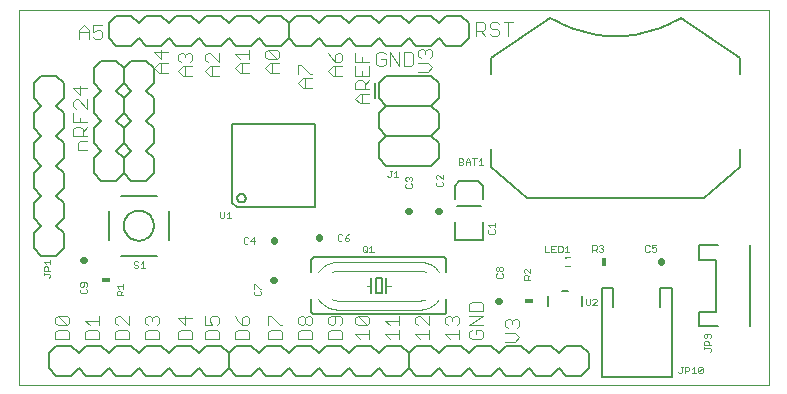
<source format=gto>
G75*
%MOIN*%
%OFA0B0*%
%FSLAX24Y24*%
%IPPOS*%
%LPD*%
%AMOC8*
5,1,8,0,0,1.08239X$1,22.5*
%
%ADD10C,0.0000*%
%ADD11C,0.0040*%
%ADD12C,0.0020*%
%ADD13C,0.0060*%
%ADD14C,0.0080*%
%ADD15C,0.0050*%
%ADD16C,0.0220*%
%ADD17R,0.0300X0.0180*%
%ADD18R,0.0180X0.0300*%
%ADD19R,0.0098X0.0089*%
D10*
X000100Y000100D02*
X025100Y000100D01*
X025100Y012600D01*
X000100Y012600D01*
X000100Y000100D01*
D11*
X001320Y001620D02*
X001320Y001850D01*
X001396Y001927D01*
X001703Y001927D01*
X001780Y001850D01*
X001780Y001620D01*
X001320Y001620D01*
X001396Y002080D02*
X001320Y002157D01*
X001320Y002311D01*
X001396Y002387D01*
X001703Y002080D01*
X001780Y002157D01*
X001780Y002311D01*
X001703Y002387D01*
X001396Y002387D01*
X001396Y002080D02*
X001703Y002080D01*
X002320Y002234D02*
X002473Y002080D01*
X002396Y001927D02*
X002320Y001850D01*
X002320Y001620D01*
X002780Y001620D01*
X002780Y001850D01*
X002703Y001927D01*
X002396Y001927D01*
X002320Y002234D02*
X002780Y002234D01*
X002780Y002387D02*
X002780Y002080D01*
X003320Y002157D02*
X003320Y002311D01*
X003396Y002387D01*
X003473Y002387D01*
X003780Y002080D01*
X003780Y002387D01*
X003396Y002080D02*
X003320Y002157D01*
X003396Y001927D02*
X003320Y001850D01*
X003320Y001620D01*
X003780Y001620D01*
X003780Y001850D01*
X003703Y001927D01*
X003396Y001927D01*
X004320Y001850D02*
X004320Y001620D01*
X004780Y001620D01*
X004780Y001850D01*
X004703Y001927D01*
X004396Y001927D01*
X004320Y001850D01*
X004396Y002080D02*
X004320Y002157D01*
X004320Y002311D01*
X004396Y002387D01*
X004473Y002387D01*
X004550Y002311D01*
X004627Y002387D01*
X004703Y002387D01*
X004780Y002311D01*
X004780Y002157D01*
X004703Y002080D01*
X004550Y002234D02*
X004550Y002311D01*
X005420Y002311D02*
X005650Y002080D01*
X005650Y002387D01*
X005880Y002311D02*
X005420Y002311D01*
X005496Y001927D02*
X005420Y001850D01*
X005420Y001620D01*
X005880Y001620D01*
X005880Y001850D01*
X005803Y001927D01*
X005496Y001927D01*
X006320Y001850D02*
X006320Y001620D01*
X006780Y001620D01*
X006780Y001850D01*
X006703Y001927D01*
X006396Y001927D01*
X006320Y001850D01*
X006320Y002080D02*
X006550Y002080D01*
X006473Y002234D01*
X006473Y002311D01*
X006550Y002387D01*
X006703Y002387D01*
X006780Y002311D01*
X006780Y002157D01*
X006703Y002080D01*
X006320Y002080D02*
X006320Y002387D01*
X007320Y002387D02*
X007396Y002234D01*
X007550Y002080D01*
X007550Y002311D01*
X007627Y002387D01*
X007703Y002387D01*
X007780Y002311D01*
X007780Y002157D01*
X007703Y002080D01*
X007550Y002080D01*
X007703Y001927D02*
X007396Y001927D01*
X007320Y001850D01*
X007320Y001620D01*
X007780Y001620D01*
X007780Y001850D01*
X007703Y001927D01*
X008420Y001850D02*
X008420Y001620D01*
X008880Y001620D01*
X008880Y001850D01*
X008803Y001927D01*
X008496Y001927D01*
X008420Y001850D01*
X008420Y002080D02*
X008420Y002387D01*
X008496Y002387D01*
X008803Y002080D01*
X008880Y002080D01*
X009420Y002157D02*
X009420Y002311D01*
X009496Y002387D01*
X009573Y002387D01*
X009650Y002311D01*
X009650Y002157D01*
X009573Y002080D01*
X009496Y002080D01*
X009420Y002157D01*
X009650Y002157D02*
X009727Y002080D01*
X009803Y002080D01*
X009880Y002157D01*
X009880Y002311D01*
X009803Y002387D01*
X009727Y002387D01*
X009650Y002311D01*
X009803Y001927D02*
X009496Y001927D01*
X009420Y001850D01*
X009420Y001620D01*
X009880Y001620D01*
X009880Y001850D01*
X009803Y001927D01*
X010420Y001850D02*
X010420Y001620D01*
X010880Y001620D01*
X010880Y001850D01*
X010803Y001927D01*
X010496Y001927D01*
X010420Y001850D01*
X010496Y002080D02*
X010573Y002080D01*
X010650Y002157D01*
X010650Y002387D01*
X010803Y002387D02*
X010496Y002387D01*
X010420Y002311D01*
X010420Y002157D01*
X010496Y002080D01*
X010803Y002080D02*
X010880Y002157D01*
X010880Y002311D01*
X010803Y002387D01*
X011320Y002311D02*
X011320Y002157D01*
X011396Y002080D01*
X011703Y002080D01*
X011396Y002387D01*
X011703Y002387D01*
X011780Y002311D01*
X011780Y002157D01*
X011703Y002080D01*
X011780Y001927D02*
X011780Y001620D01*
X011780Y001773D02*
X011320Y001773D01*
X011473Y001620D01*
X012320Y001773D02*
X012780Y001773D01*
X012780Y001620D02*
X012780Y001927D01*
X012780Y002080D02*
X012780Y002387D01*
X012780Y002234D02*
X012320Y002234D01*
X012473Y002080D01*
X012320Y001773D02*
X012473Y001620D01*
X013320Y001773D02*
X013780Y001773D01*
X013780Y001620D02*
X013780Y001927D01*
X013780Y002080D02*
X013473Y002387D01*
X013396Y002387D01*
X013320Y002311D01*
X013320Y002157D01*
X013396Y002080D01*
X013780Y002080D02*
X013780Y002387D01*
X014320Y002311D02*
X014320Y002157D01*
X014396Y002080D01*
X014550Y002234D02*
X014550Y002311D01*
X014627Y002387D01*
X014703Y002387D01*
X014780Y002311D01*
X014780Y002157D01*
X014703Y002080D01*
X014780Y001927D02*
X014780Y001620D01*
X014780Y001773D02*
X014320Y001773D01*
X014473Y001620D01*
X015120Y001697D02*
X015196Y001620D01*
X015503Y001620D01*
X015580Y001697D01*
X015580Y001850D01*
X015503Y001927D01*
X015350Y001927D01*
X015350Y001773D01*
X015196Y001927D02*
X015120Y001850D01*
X015120Y001697D01*
X015120Y002080D02*
X015580Y002387D01*
X015120Y002387D01*
X015120Y002541D02*
X015120Y002771D01*
X015196Y002848D01*
X015503Y002848D01*
X015580Y002771D01*
X015580Y002541D01*
X015120Y002541D01*
X014550Y002311D02*
X014473Y002387D01*
X014396Y002387D01*
X014320Y002311D01*
X015120Y002080D02*
X015580Y002080D01*
X016320Y002057D02*
X016320Y002211D01*
X016396Y002287D01*
X016473Y002287D01*
X016550Y002211D01*
X016627Y002287D01*
X016703Y002287D01*
X016780Y002211D01*
X016780Y002057D01*
X016703Y001980D01*
X016627Y001827D02*
X016320Y001827D01*
X016396Y001980D02*
X016320Y002057D01*
X016550Y002134D02*
X016550Y002211D01*
X016627Y001827D02*
X016780Y001673D01*
X016627Y001520D01*
X016320Y001520D01*
X013473Y001620D02*
X013320Y001773D01*
X011396Y002387D02*
X011320Y002311D01*
X018321Y004062D02*
X018479Y004062D01*
X018479Y004338D02*
X018321Y004338D01*
X011780Y009478D02*
X011473Y009478D01*
X011320Y009632D01*
X011473Y009785D01*
X011780Y009785D01*
X011780Y009939D02*
X011320Y009939D01*
X011320Y010169D01*
X011396Y010246D01*
X011550Y010246D01*
X011627Y010169D01*
X011627Y009939D01*
X011550Y009785D02*
X011550Y009478D01*
X011627Y010092D02*
X011780Y010246D01*
X011780Y010399D02*
X011780Y010706D01*
X011780Y010860D02*
X011320Y010860D01*
X011320Y011167D01*
X010880Y011090D02*
X010803Y011167D01*
X010727Y011167D01*
X010650Y011090D01*
X010650Y010860D01*
X010803Y010860D01*
X010880Y010936D01*
X010880Y011090D01*
X010650Y010860D02*
X010496Y011013D01*
X010420Y011167D01*
X010573Y010706D02*
X010880Y010706D01*
X010650Y010706D02*
X010650Y010399D01*
X010573Y010399D02*
X010420Y010553D01*
X010573Y010706D01*
X010573Y010399D02*
X010880Y010399D01*
X011320Y010399D02*
X011780Y010399D01*
X011550Y010399D02*
X011550Y010553D01*
X011320Y010706D02*
X011320Y010399D01*
X011550Y010860D02*
X011550Y011013D01*
X012020Y011104D02*
X012020Y010797D01*
X012097Y010720D01*
X012250Y010720D01*
X012327Y010797D01*
X012327Y010950D01*
X012173Y010950D01*
X012020Y011104D02*
X012097Y011180D01*
X012250Y011180D01*
X012327Y011104D01*
X012480Y011180D02*
X012787Y010720D01*
X012787Y011180D01*
X012941Y011180D02*
X013171Y011180D01*
X013248Y011104D01*
X013248Y010797D01*
X013171Y010720D01*
X012941Y010720D01*
X012941Y011180D01*
X012480Y011180D02*
X012480Y010720D01*
X013420Y010827D02*
X013727Y010827D01*
X013880Y010673D01*
X013727Y010520D01*
X013420Y010520D01*
X013496Y010980D02*
X013420Y011057D01*
X013420Y011211D01*
X013496Y011287D01*
X013573Y011287D01*
X013650Y011211D01*
X013727Y011287D01*
X013803Y011287D01*
X013880Y011211D01*
X013880Y011057D01*
X013803Y010980D01*
X013650Y011134D02*
X013650Y011211D01*
X015339Y011720D02*
X015339Y012180D01*
X015569Y012180D01*
X015646Y012104D01*
X015646Y011950D01*
X015569Y011873D01*
X015339Y011873D01*
X015492Y011873D02*
X015646Y011720D01*
X015799Y011797D02*
X015876Y011720D01*
X016029Y011720D01*
X016106Y011797D01*
X016106Y011873D01*
X016029Y011950D01*
X015876Y011950D01*
X015799Y012027D01*
X015799Y012104D01*
X015876Y012180D01*
X016029Y012180D01*
X016106Y012104D01*
X016260Y012180D02*
X016567Y012180D01*
X016413Y012180D02*
X016413Y011720D01*
X009880Y010460D02*
X009803Y010460D01*
X009496Y010767D01*
X009420Y010767D01*
X009420Y010460D01*
X009573Y010306D02*
X009880Y010306D01*
X009650Y010306D02*
X009650Y009999D01*
X009573Y009999D02*
X009420Y010153D01*
X009573Y010306D01*
X009573Y009999D02*
X009880Y009999D01*
X008780Y010499D02*
X008473Y010499D01*
X008320Y010653D01*
X008473Y010806D01*
X008780Y010806D01*
X008703Y010960D02*
X008396Y010960D01*
X008320Y011036D01*
X008320Y011190D01*
X008396Y011267D01*
X008703Y010960D01*
X008780Y011036D01*
X008780Y011190D01*
X008703Y011267D01*
X008396Y011267D01*
X008550Y010806D02*
X008550Y010499D01*
X007780Y010499D02*
X007473Y010499D01*
X007320Y010653D01*
X007473Y010806D01*
X007780Y010806D01*
X007780Y010960D02*
X007780Y011267D01*
X007780Y011113D02*
X007320Y011113D01*
X007473Y010960D01*
X007550Y010806D02*
X007550Y010499D01*
X006780Y010399D02*
X006473Y010399D01*
X006320Y010553D01*
X006473Y010706D01*
X006780Y010706D01*
X006780Y010860D02*
X006473Y011167D01*
X006396Y011167D01*
X006320Y011090D01*
X006320Y010936D01*
X006396Y010860D01*
X006550Y010706D02*
X006550Y010399D01*
X005880Y010399D02*
X005573Y010399D01*
X005420Y010553D01*
X005573Y010706D01*
X005880Y010706D01*
X005803Y010860D02*
X005880Y010936D01*
X005880Y011090D01*
X005803Y011167D01*
X005727Y011167D01*
X005650Y011090D01*
X005650Y011013D01*
X005650Y011090D02*
X005573Y011167D01*
X005496Y011167D01*
X005420Y011090D01*
X005420Y010936D01*
X005496Y010860D01*
X005650Y010706D02*
X005650Y010399D01*
X005080Y010499D02*
X004773Y010499D01*
X004620Y010653D01*
X004773Y010806D01*
X005080Y010806D01*
X004850Y010806D02*
X004850Y010499D01*
X004850Y010960D02*
X004850Y011267D01*
X005080Y011190D02*
X004620Y011190D01*
X004850Y010960D01*
X006780Y010860D02*
X006780Y011167D01*
X002887Y011697D02*
X002811Y011620D01*
X002657Y011620D01*
X002580Y011697D01*
X002580Y011850D02*
X002734Y011927D01*
X002811Y011927D01*
X002887Y011850D01*
X002887Y011697D01*
X002580Y011850D02*
X002580Y012080D01*
X002887Y012080D01*
X002427Y011927D02*
X002427Y011620D01*
X002120Y011620D02*
X002120Y011927D01*
X002273Y012080D01*
X002427Y011927D01*
X002427Y011850D02*
X002120Y011850D01*
X002150Y010068D02*
X002150Y009762D01*
X001920Y009992D01*
X002380Y009992D01*
X002380Y009608D02*
X002380Y009301D01*
X002073Y009608D01*
X001996Y009608D01*
X001920Y009531D01*
X001920Y009378D01*
X001996Y009301D01*
X001920Y009148D02*
X001920Y008841D01*
X002380Y008841D01*
X002380Y008687D02*
X002227Y008534D01*
X002227Y008611D02*
X002227Y008380D01*
X002380Y008380D02*
X001920Y008380D01*
X001920Y008611D01*
X001996Y008687D01*
X002150Y008687D01*
X002227Y008611D01*
X002150Y008841D02*
X002150Y008994D01*
X002150Y008227D02*
X002380Y008227D01*
X002150Y008227D02*
X002073Y008150D01*
X002073Y007920D01*
X002380Y007920D01*
D12*
X006810Y005870D02*
X006810Y005687D01*
X006847Y005650D01*
X006920Y005650D01*
X006957Y005687D01*
X006957Y005870D01*
X007031Y005797D02*
X007104Y005870D01*
X007104Y005650D01*
X007031Y005650D02*
X007178Y005650D01*
X007637Y005010D02*
X007600Y004973D01*
X007600Y004827D01*
X007637Y004790D01*
X007710Y004790D01*
X007747Y004827D01*
X007821Y004900D02*
X007931Y005010D01*
X007931Y004790D01*
X007968Y004900D02*
X007821Y004900D01*
X007747Y004973D02*
X007710Y005010D01*
X007637Y005010D01*
X007950Y003448D02*
X007987Y003448D01*
X008133Y003301D01*
X008170Y003301D01*
X008133Y003227D02*
X008170Y003190D01*
X008170Y003117D01*
X008133Y003080D01*
X007987Y003080D01*
X007950Y003117D01*
X007950Y003190D01*
X007987Y003227D01*
X007950Y003301D02*
X007950Y003448D01*
X010089Y002950D02*
X010121Y002905D01*
X010157Y002863D01*
X010196Y002823D01*
X010238Y002786D01*
X010281Y002752D01*
X010328Y002721D01*
X010376Y002693D01*
X010426Y002669D01*
X010477Y002648D01*
X010530Y002631D01*
X010584Y002617D01*
X010639Y002608D01*
X010694Y002602D01*
X010750Y002600D01*
X013450Y002600D01*
X013450Y002900D02*
X010750Y002900D01*
X010712Y002901D01*
X010675Y002906D01*
X010638Y002913D01*
X010602Y002922D01*
X010566Y002935D01*
X010532Y002950D01*
X010532Y003850D02*
X010566Y003865D01*
X010602Y003878D01*
X010638Y003887D01*
X010675Y003894D01*
X010712Y003899D01*
X010750Y003900D01*
X013450Y003900D01*
X013450Y004200D02*
X010750Y004200D01*
X011560Y004547D02*
X011597Y004510D01*
X011670Y004510D01*
X011707Y004547D01*
X011707Y004693D01*
X011670Y004730D01*
X011597Y004730D01*
X011560Y004693D01*
X011560Y004547D01*
X011633Y004583D02*
X011707Y004510D01*
X011781Y004510D02*
X011928Y004510D01*
X011854Y004510D02*
X011854Y004730D01*
X011781Y004657D01*
X011106Y004927D02*
X011106Y004963D01*
X011069Y005000D01*
X010959Y005000D01*
X010959Y004927D01*
X010996Y004890D01*
X011069Y004890D01*
X011106Y004927D01*
X011032Y005073D02*
X010959Y005000D01*
X011032Y005073D02*
X011106Y005110D01*
X010885Y005073D02*
X010848Y005110D01*
X010775Y005110D01*
X010738Y005073D01*
X010738Y004927D01*
X010775Y004890D01*
X010848Y004890D01*
X010885Y004927D01*
X010750Y004200D02*
X010694Y004198D01*
X010639Y004192D01*
X010584Y004183D01*
X010530Y004169D01*
X010477Y004152D01*
X010426Y004131D01*
X010376Y004107D01*
X010328Y004079D01*
X010281Y004048D01*
X010237Y004014D01*
X010196Y003977D01*
X010157Y003937D01*
X010121Y003895D01*
X010089Y003850D01*
X011700Y003400D02*
X011850Y003400D01*
X012350Y003400D02*
X012500Y003400D01*
X013450Y002600D02*
X013506Y002602D01*
X013561Y002608D01*
X013616Y002617D01*
X013670Y002631D01*
X013723Y002648D01*
X013774Y002669D01*
X013824Y002693D01*
X013872Y002721D01*
X013919Y002752D01*
X013963Y002786D01*
X014004Y002823D01*
X014043Y002863D01*
X014079Y002905D01*
X014111Y002950D01*
X014111Y003850D02*
X014079Y003895D01*
X014043Y003937D01*
X014004Y003977D01*
X013962Y004014D01*
X013919Y004048D01*
X013872Y004079D01*
X013824Y004107D01*
X013774Y004131D01*
X013723Y004152D01*
X013670Y004169D01*
X013616Y004183D01*
X013561Y004192D01*
X013506Y004198D01*
X013450Y004200D01*
X013450Y003900D02*
X013488Y003899D01*
X013525Y003894D01*
X013562Y003887D01*
X013598Y003878D01*
X013634Y003865D01*
X013668Y003850D01*
X013668Y002950D02*
X013634Y002935D01*
X013598Y002922D01*
X013562Y002913D01*
X013525Y002906D01*
X013488Y002901D01*
X013450Y002900D01*
X016010Y003695D02*
X016047Y003658D01*
X016193Y003658D01*
X016230Y003695D01*
X016230Y003768D01*
X016193Y003805D01*
X016193Y003879D02*
X016157Y003879D01*
X016120Y003916D01*
X016120Y003989D01*
X016157Y004026D01*
X016193Y004026D01*
X016230Y003989D01*
X016230Y003916D01*
X016193Y003879D01*
X016120Y003916D02*
X016083Y003879D01*
X016047Y003879D01*
X016010Y003916D01*
X016010Y003989D01*
X016047Y004026D01*
X016083Y004026D01*
X016120Y003989D01*
X016047Y003805D02*
X016010Y003768D01*
X016010Y003695D01*
X016930Y003710D02*
X016967Y003747D01*
X017040Y003747D01*
X017077Y003710D01*
X017077Y003600D01*
X017150Y003600D02*
X016930Y003600D01*
X016930Y003710D01*
X016967Y003821D02*
X016930Y003858D01*
X016930Y003931D01*
X016967Y003968D01*
X017003Y003968D01*
X017150Y003821D01*
X017150Y003968D01*
X017150Y003747D02*
X017077Y003673D01*
X017636Y004504D02*
X017783Y004504D01*
X017857Y004504D02*
X018004Y004504D01*
X018078Y004504D02*
X018188Y004504D01*
X018225Y004540D01*
X018225Y004687D01*
X018188Y004724D01*
X018078Y004724D01*
X018078Y004504D01*
X017931Y004614D02*
X017857Y004614D01*
X017857Y004724D02*
X017857Y004504D01*
X017636Y004504D02*
X017636Y004724D01*
X017857Y004724D02*
X018004Y004724D01*
X018299Y004650D02*
X018373Y004724D01*
X018373Y004504D01*
X018446Y004504D02*
X018299Y004504D01*
X019220Y004530D02*
X019220Y004750D01*
X019330Y004750D01*
X019367Y004713D01*
X019367Y004640D01*
X019330Y004603D01*
X019220Y004603D01*
X019293Y004603D02*
X019367Y004530D01*
X019441Y004567D02*
X019478Y004530D01*
X019551Y004530D01*
X019588Y004567D01*
X019588Y004603D01*
X019551Y004640D01*
X019514Y004640D01*
X019551Y004640D02*
X019588Y004677D01*
X019588Y004713D01*
X019551Y004750D01*
X019478Y004750D01*
X019441Y004713D01*
X020980Y004713D02*
X020980Y004567D01*
X021017Y004530D01*
X021090Y004530D01*
X021127Y004567D01*
X021201Y004567D02*
X021238Y004530D01*
X021311Y004530D01*
X021348Y004567D01*
X021348Y004640D01*
X021311Y004677D01*
X021274Y004677D01*
X021201Y004640D01*
X021201Y004750D01*
X021348Y004750D01*
X021127Y004713D02*
X021090Y004750D01*
X021017Y004750D01*
X020980Y004713D01*
X019331Y002960D02*
X019258Y002960D01*
X019221Y002923D01*
X019147Y002960D02*
X019147Y002777D01*
X019110Y002740D01*
X019037Y002740D01*
X019000Y002777D01*
X019000Y002960D01*
X019221Y002740D02*
X019368Y002887D01*
X019368Y002923D01*
X019331Y002960D01*
X019368Y002740D02*
X019221Y002740D01*
X022159Y000695D02*
X022233Y000695D01*
X022196Y000695D02*
X022196Y000512D01*
X022159Y000475D01*
X022123Y000475D01*
X022086Y000512D01*
X022307Y000549D02*
X022417Y000549D01*
X022454Y000585D01*
X022454Y000659D01*
X022417Y000695D01*
X022307Y000695D01*
X022307Y000475D01*
X022528Y000475D02*
X022675Y000475D01*
X022601Y000475D02*
X022601Y000695D01*
X022528Y000622D01*
X022749Y000659D02*
X022749Y000512D01*
X022896Y000659D01*
X022896Y000512D01*
X022859Y000475D01*
X022786Y000475D01*
X022749Y000512D01*
X022749Y000659D02*
X022786Y000695D01*
X022859Y000695D01*
X022896Y000659D01*
X023131Y001200D02*
X023168Y001237D01*
X023168Y001273D01*
X023131Y001310D01*
X022948Y001310D01*
X022948Y001273D02*
X022948Y001347D01*
X022948Y001421D02*
X022948Y001531D01*
X022984Y001568D01*
X023058Y001568D01*
X023094Y001531D01*
X023094Y001421D01*
X023168Y001421D02*
X022948Y001421D01*
X022984Y001642D02*
X023021Y001642D01*
X023058Y001679D01*
X023058Y001789D01*
X023131Y001789D02*
X022984Y001789D01*
X022948Y001752D01*
X022948Y001679D01*
X022984Y001642D01*
X023131Y001642D02*
X023168Y001679D01*
X023168Y001752D01*
X023131Y001789D01*
X015966Y005167D02*
X015966Y005240D01*
X015930Y005277D01*
X015966Y005351D02*
X015966Y005498D01*
X015966Y005424D02*
X015746Y005424D01*
X015820Y005351D01*
X015783Y005277D02*
X015746Y005240D01*
X015746Y005167D01*
X015783Y005130D01*
X015930Y005130D01*
X015966Y005167D01*
X014230Y006755D02*
X014230Y006828D01*
X014193Y006865D01*
X014230Y006939D02*
X014083Y007086D01*
X014047Y007086D01*
X014010Y007049D01*
X014010Y006976D01*
X014047Y006939D01*
X014047Y006865D02*
X014010Y006828D01*
X014010Y006755D01*
X014047Y006718D01*
X014193Y006718D01*
X014230Y006755D01*
X014230Y006939D02*
X014230Y007086D01*
X014776Y007420D02*
X014886Y007420D01*
X014923Y007457D01*
X014923Y007493D01*
X014886Y007530D01*
X014776Y007530D01*
X014776Y007420D02*
X014776Y007640D01*
X014886Y007640D01*
X014923Y007603D01*
X014923Y007567D01*
X014886Y007530D01*
X014997Y007530D02*
X015144Y007530D01*
X015144Y007567D02*
X015144Y007420D01*
X015144Y007567D02*
X015070Y007640D01*
X014997Y007567D01*
X014997Y007420D01*
X015291Y007420D02*
X015291Y007640D01*
X015218Y007640D02*
X015365Y007640D01*
X015439Y007567D02*
X015512Y007640D01*
X015512Y007420D01*
X015439Y007420D02*
X015586Y007420D01*
X013210Y006989D02*
X013210Y006916D01*
X013173Y006879D01*
X013173Y006805D02*
X013210Y006768D01*
X013210Y006695D01*
X013173Y006658D01*
X013027Y006658D01*
X012990Y006695D01*
X012990Y006768D01*
X013027Y006805D01*
X013027Y006879D02*
X012990Y006916D01*
X012990Y006989D01*
X013027Y007026D01*
X013063Y007026D01*
X013100Y006989D01*
X013137Y007026D01*
X013173Y007026D01*
X013210Y006989D01*
X013100Y006989D02*
X013100Y006952D01*
X012758Y007010D02*
X012611Y007010D01*
X012684Y007010D02*
X012684Y007230D01*
X012611Y007157D01*
X012537Y007230D02*
X012463Y007230D01*
X012500Y007230D02*
X012500Y007047D01*
X012463Y007010D01*
X012427Y007010D01*
X012390Y007047D01*
X004308Y003990D02*
X004161Y003990D01*
X004234Y003990D02*
X004234Y004210D01*
X004161Y004137D01*
X004087Y004173D02*
X004050Y004210D01*
X003977Y004210D01*
X003940Y004173D01*
X003940Y004137D01*
X003977Y004100D01*
X004050Y004100D01*
X004087Y004063D01*
X004087Y004027D01*
X004050Y003990D01*
X003977Y003990D01*
X003940Y004027D01*
X003590Y003448D02*
X003590Y003301D01*
X003590Y003374D02*
X003370Y003374D01*
X003443Y003301D01*
X003407Y003227D02*
X003480Y003227D01*
X003517Y003190D01*
X003517Y003080D01*
X003590Y003080D02*
X003370Y003080D01*
X003370Y003190D01*
X003407Y003227D01*
X003517Y003153D02*
X003590Y003227D01*
X002370Y003248D02*
X002370Y003175D01*
X002333Y003138D01*
X002187Y003138D01*
X002150Y003175D01*
X002150Y003248D01*
X002187Y003285D01*
X002187Y003359D02*
X002223Y003359D01*
X002260Y003396D01*
X002260Y003506D01*
X002333Y003506D02*
X002187Y003506D01*
X002150Y003469D01*
X002150Y003396D01*
X002187Y003359D01*
X002333Y003359D02*
X002370Y003396D01*
X002370Y003469D01*
X002333Y003506D01*
X002333Y003285D02*
X002370Y003248D01*
X001150Y003707D02*
X001150Y003743D01*
X001113Y003780D01*
X000930Y003780D01*
X000930Y003743D02*
X000930Y003817D01*
X000930Y003891D02*
X000930Y004001D01*
X000967Y004038D01*
X001040Y004038D01*
X001077Y004001D01*
X001077Y003891D01*
X001150Y003891D02*
X000930Y003891D01*
X001003Y004112D02*
X000930Y004185D01*
X001150Y004185D01*
X001150Y004112D02*
X001150Y004259D01*
X001150Y003707D02*
X001113Y003670D01*
D13*
X007220Y006160D02*
X007360Y006020D01*
X009980Y006020D01*
X009980Y008780D01*
X007220Y008780D01*
X007220Y006160D01*
X007379Y006320D02*
X007381Y006343D01*
X007387Y006366D01*
X007396Y006387D01*
X007409Y006407D01*
X007425Y006424D01*
X007443Y006438D01*
X007463Y006449D01*
X007485Y006457D01*
X007508Y006461D01*
X007532Y006461D01*
X007555Y006457D01*
X007577Y006449D01*
X007597Y006438D01*
X007615Y006424D01*
X007631Y006407D01*
X007644Y006387D01*
X007653Y006366D01*
X007659Y006343D01*
X007661Y006320D01*
X007659Y006297D01*
X007653Y006274D01*
X007644Y006253D01*
X007631Y006233D01*
X007615Y006216D01*
X007597Y006202D01*
X007577Y006191D01*
X007555Y006183D01*
X007532Y006179D01*
X007508Y006179D01*
X007485Y006183D01*
X007463Y006191D01*
X007443Y006202D01*
X007425Y006216D01*
X007409Y006233D01*
X007396Y006253D01*
X007387Y006274D01*
X007381Y006297D01*
X007379Y006320D01*
X009850Y004250D02*
X009850Y003850D01*
X009850Y004250D02*
X009852Y004267D01*
X009856Y004284D01*
X009863Y004300D01*
X009873Y004314D01*
X009886Y004327D01*
X009900Y004337D01*
X009916Y004344D01*
X009933Y004348D01*
X009950Y004350D01*
X014250Y004350D01*
X014267Y004348D01*
X014284Y004344D01*
X014300Y004337D01*
X014314Y004327D01*
X014327Y004314D01*
X014337Y004300D01*
X014344Y004284D01*
X014348Y004267D01*
X014350Y004250D01*
X014350Y003850D01*
X014350Y002950D02*
X014350Y002550D01*
X014348Y002533D01*
X014344Y002516D01*
X014337Y002500D01*
X014327Y002486D01*
X014314Y002473D01*
X014300Y002463D01*
X014284Y002456D01*
X014267Y002452D01*
X014250Y002450D01*
X009950Y002450D01*
X009933Y002452D01*
X009916Y002456D01*
X009900Y002463D01*
X009886Y002473D01*
X009873Y002486D01*
X009863Y002500D01*
X009856Y002516D01*
X009852Y002533D01*
X009850Y002550D01*
X009850Y002950D01*
X011850Y003150D02*
X011850Y003400D01*
X011850Y003650D01*
X012000Y003650D02*
X012200Y003650D01*
X012200Y003150D01*
X012000Y003150D01*
X012000Y003650D01*
X012350Y003650D02*
X012350Y003400D01*
X012350Y003150D01*
D14*
X012350Y001400D02*
X012850Y001400D01*
X013100Y001150D01*
X013350Y001400D01*
X013850Y001400D01*
X014100Y001150D01*
X014350Y001400D01*
X014850Y001400D01*
X015100Y001150D01*
X015350Y001400D01*
X015850Y001400D01*
X016100Y001150D01*
X016350Y001400D01*
X016850Y001400D01*
X017100Y001150D01*
X017350Y001400D01*
X017850Y001400D01*
X018100Y001150D01*
X018350Y001400D01*
X018850Y001400D01*
X019100Y001150D01*
X019100Y000650D01*
X018850Y000400D01*
X018350Y000400D01*
X018100Y000650D01*
X017850Y000400D01*
X017350Y000400D01*
X017100Y000650D01*
X016850Y000400D01*
X016350Y000400D01*
X016100Y000650D01*
X015850Y000400D01*
X015350Y000400D01*
X015100Y000650D01*
X014850Y000400D01*
X014350Y000400D01*
X014100Y000650D01*
X013850Y000400D01*
X013350Y000400D01*
X013100Y000650D01*
X013100Y001150D01*
X013100Y000650D01*
X012850Y000400D01*
X012350Y000400D01*
X012100Y000650D01*
X011850Y000400D01*
X011350Y000400D01*
X011100Y000650D01*
X010850Y000400D01*
X010350Y000400D01*
X010100Y000650D01*
X009850Y000400D01*
X009350Y000400D01*
X009100Y000650D01*
X008850Y000400D01*
X008350Y000400D01*
X008100Y000650D01*
X007850Y000400D01*
X007350Y000400D01*
X007100Y000650D01*
X007100Y001150D01*
X007350Y001400D01*
X007850Y001400D01*
X008100Y001150D01*
X008350Y001400D01*
X008850Y001400D01*
X009100Y001150D01*
X009350Y001400D01*
X009850Y001400D01*
X010100Y001150D01*
X010350Y001400D01*
X010850Y001400D01*
X011100Y001150D01*
X011350Y001400D01*
X011850Y001400D01*
X012100Y001150D01*
X012350Y001400D01*
X007100Y001150D02*
X007100Y000650D01*
X006850Y000400D01*
X006350Y000400D01*
X006100Y000650D01*
X005850Y000400D01*
X005350Y000400D01*
X005100Y000650D01*
X004850Y000400D01*
X004350Y000400D01*
X004100Y000650D01*
X003850Y000400D01*
X003350Y000400D01*
X003100Y000650D01*
X002850Y000400D01*
X002350Y000400D01*
X002100Y000650D01*
X001850Y000400D01*
X001350Y000400D01*
X001100Y000650D01*
X001100Y001150D01*
X001350Y001400D01*
X001850Y001400D01*
X002100Y001150D01*
X002350Y001400D01*
X002850Y001400D01*
X003100Y001150D01*
X003350Y001400D01*
X003850Y001400D01*
X004100Y001150D01*
X004350Y001400D01*
X004850Y001400D01*
X005100Y001150D01*
X005350Y001400D01*
X005850Y001400D01*
X006100Y001150D01*
X006350Y001400D01*
X006850Y001400D01*
X007100Y001150D01*
X004706Y004400D02*
X003494Y004400D01*
X003100Y004912D02*
X003100Y005900D01*
X003494Y006400D02*
X004706Y006400D01*
X004350Y006900D02*
X003850Y006900D01*
X003600Y007150D01*
X003600Y007650D01*
X003850Y007900D01*
X003600Y008150D01*
X003600Y008650D01*
X003850Y008900D01*
X003600Y009150D01*
X003600Y009650D01*
X003850Y009900D01*
X003600Y010150D01*
X003600Y010650D01*
X003850Y010900D01*
X004350Y010900D01*
X004600Y010650D01*
X004600Y010150D01*
X004350Y009900D01*
X004600Y009650D01*
X004600Y009150D01*
X004350Y008900D01*
X004600Y008650D01*
X004600Y008150D01*
X004350Y007900D01*
X004600Y007650D01*
X004600Y007150D01*
X004350Y006900D01*
X003600Y007150D02*
X003350Y006900D01*
X002850Y006900D01*
X002600Y007150D01*
X002600Y007650D01*
X002850Y007900D01*
X002600Y008150D01*
X002600Y008650D01*
X002850Y008900D01*
X002600Y009150D01*
X002600Y009650D01*
X002850Y009900D01*
X002600Y010150D01*
X002600Y010650D01*
X002850Y010900D01*
X003350Y010900D01*
X003600Y010650D01*
X003600Y010150D01*
X003350Y009900D01*
X003600Y009650D01*
X003600Y009150D01*
X003350Y008900D01*
X003600Y008650D01*
X003600Y008150D01*
X003350Y007900D01*
X003600Y007650D01*
X003600Y007150D01*
X001600Y007150D02*
X001600Y006650D01*
X001350Y006400D01*
X001600Y006150D01*
X001600Y005650D01*
X001350Y005400D01*
X001600Y005150D01*
X001600Y004650D01*
X001350Y004400D01*
X000850Y004400D01*
X000600Y004650D01*
X000600Y005150D01*
X000850Y005400D01*
X000600Y005650D01*
X000600Y006150D01*
X000850Y006400D01*
X000600Y006650D01*
X000600Y007150D01*
X000850Y007400D01*
X000600Y007650D01*
X000600Y008150D01*
X000850Y008400D01*
X000600Y008650D01*
X000600Y009150D01*
X000850Y009400D01*
X000600Y009650D01*
X000600Y010150D01*
X000850Y010400D01*
X001350Y010400D01*
X001600Y010150D01*
X001600Y009650D01*
X001350Y009400D01*
X001600Y009150D01*
X001600Y008650D01*
X001350Y008400D01*
X001600Y008150D01*
X001600Y007650D01*
X001350Y007400D01*
X001600Y007150D01*
X003600Y005400D02*
X003602Y005444D01*
X003608Y005488D01*
X003618Y005531D01*
X003631Y005573D01*
X003648Y005614D01*
X003669Y005653D01*
X003693Y005690D01*
X003720Y005725D01*
X003750Y005757D01*
X003783Y005787D01*
X003819Y005813D01*
X003856Y005837D01*
X003896Y005856D01*
X003937Y005873D01*
X003980Y005885D01*
X004023Y005894D01*
X004067Y005899D01*
X004111Y005900D01*
X004155Y005897D01*
X004199Y005890D01*
X004242Y005879D01*
X004284Y005865D01*
X004324Y005847D01*
X004363Y005825D01*
X004399Y005801D01*
X004433Y005773D01*
X004465Y005742D01*
X004494Y005708D01*
X004520Y005672D01*
X004542Y005634D01*
X004561Y005594D01*
X004576Y005552D01*
X004588Y005510D01*
X004596Y005466D01*
X004600Y005422D01*
X004600Y005378D01*
X004596Y005334D01*
X004588Y005290D01*
X004576Y005248D01*
X004561Y005206D01*
X004542Y005166D01*
X004520Y005128D01*
X004494Y005092D01*
X004465Y005058D01*
X004433Y005027D01*
X004399Y004999D01*
X004363Y004975D01*
X004324Y004953D01*
X004284Y004935D01*
X004242Y004921D01*
X004199Y004910D01*
X004155Y004903D01*
X004111Y004900D01*
X004067Y004901D01*
X004023Y004906D01*
X003980Y004915D01*
X003937Y004927D01*
X003896Y004944D01*
X003856Y004963D01*
X003819Y004987D01*
X003783Y005013D01*
X003750Y005043D01*
X003720Y005075D01*
X003693Y005110D01*
X003669Y005147D01*
X003648Y005186D01*
X003631Y005227D01*
X003618Y005269D01*
X003608Y005312D01*
X003602Y005356D01*
X003600Y005400D01*
X005100Y005888D02*
X005100Y004912D01*
X012100Y007650D02*
X012100Y008150D01*
X012350Y008400D01*
X013850Y008400D01*
X014100Y008150D01*
X014100Y007650D01*
X013850Y007400D01*
X012350Y007400D01*
X012100Y007650D01*
X012350Y008400D02*
X012100Y008650D01*
X012100Y009150D01*
X012350Y009400D01*
X013850Y009400D01*
X014100Y009150D01*
X014100Y008650D01*
X013850Y008400D01*
X013850Y009400D02*
X014100Y009650D01*
X014100Y010150D01*
X013850Y010400D01*
X012350Y010400D01*
X012100Y010150D01*
X012100Y009650D01*
X012350Y009400D01*
X011968Y009650D02*
X011968Y010150D01*
X011850Y011400D02*
X011350Y011400D01*
X011100Y011650D01*
X010850Y011400D01*
X010350Y011400D01*
X010100Y011650D01*
X009850Y011400D01*
X009350Y011400D01*
X009100Y011650D01*
X009100Y012150D01*
X009350Y012400D01*
X009850Y012400D01*
X010100Y012150D01*
X010350Y012400D01*
X010850Y012400D01*
X011100Y012150D01*
X011350Y012400D01*
X011850Y012400D01*
X012100Y012150D01*
X012350Y012400D01*
X012850Y012400D01*
X013100Y012150D01*
X013350Y012400D01*
X013850Y012400D01*
X014100Y012150D01*
X014350Y012400D01*
X014850Y012400D01*
X015100Y012150D01*
X015100Y011650D01*
X014850Y011400D01*
X014350Y011400D01*
X014100Y011650D01*
X013850Y011400D01*
X013350Y011400D01*
X013100Y011650D01*
X012850Y011400D01*
X012350Y011400D01*
X012100Y011650D01*
X011850Y011400D01*
X009100Y011650D02*
X009100Y012150D01*
X008850Y012400D01*
X008350Y012400D01*
X008100Y012150D01*
X007850Y012400D01*
X007350Y012400D01*
X007100Y012150D01*
X006850Y012400D01*
X006350Y012400D01*
X006100Y012150D01*
X005850Y012400D01*
X005350Y012400D01*
X005100Y012150D01*
X004850Y012400D01*
X004350Y012400D01*
X004100Y012150D01*
X003850Y012400D01*
X003350Y012400D01*
X003100Y012150D01*
X003100Y011650D01*
X003350Y011400D01*
X003850Y011400D01*
X004100Y011650D01*
X004350Y011400D01*
X004850Y011400D01*
X005100Y011650D01*
X005350Y011400D01*
X005850Y011400D01*
X006100Y011650D01*
X006350Y011400D01*
X006850Y011400D01*
X007100Y011650D01*
X007350Y011400D01*
X007850Y011400D01*
X008100Y011650D01*
X008350Y011400D01*
X008850Y011400D01*
X009100Y011650D01*
X015846Y010991D02*
X015846Y010460D01*
X015846Y010991D02*
X017815Y012330D01*
X017925Y012266D01*
X018037Y012205D01*
X018151Y012147D01*
X018266Y012093D01*
X018384Y012042D01*
X018502Y011995D01*
X018622Y011951D01*
X018743Y011912D01*
X018866Y011875D01*
X018989Y011843D01*
X019113Y011814D01*
X019239Y011789D01*
X019364Y011768D01*
X019491Y011751D01*
X019618Y011737D01*
X019745Y011728D01*
X019872Y011722D01*
X020000Y011720D01*
X020128Y011722D01*
X020255Y011728D01*
X020382Y011737D01*
X020509Y011751D01*
X020636Y011768D01*
X020761Y011789D01*
X020887Y011814D01*
X021011Y011843D01*
X021134Y011875D01*
X021257Y011912D01*
X021378Y011951D01*
X021498Y011995D01*
X021616Y012042D01*
X021734Y012093D01*
X021849Y012147D01*
X021963Y012205D01*
X022075Y012266D01*
X022185Y012330D01*
X024154Y010991D01*
X024154Y010460D01*
X024154Y007940D02*
X024154Y007369D01*
X022953Y006306D01*
X017047Y006306D01*
X015846Y007369D01*
X015846Y007940D01*
X015415Y006884D02*
X014785Y006884D01*
X014628Y006727D01*
X014628Y006294D01*
X015572Y006294D02*
X015572Y006727D01*
X015415Y006884D01*
X015572Y005506D02*
X015572Y004916D01*
X014628Y004916D01*
X014628Y005506D01*
X018194Y003219D02*
X018406Y003219D01*
X018860Y003069D02*
X018860Y002731D01*
X017740Y002731D02*
X017740Y003069D01*
X019539Y003330D02*
X019913Y003330D01*
X019913Y002700D01*
X019539Y003330D02*
X019539Y000338D01*
X021861Y000338D01*
X021861Y003330D01*
X021487Y003330D01*
X021487Y002700D01*
X022778Y002534D02*
X022778Y002061D01*
X023408Y002061D01*
X023329Y002534D02*
X022778Y002534D01*
X023329Y002534D02*
X023329Y004266D01*
X022778Y004266D01*
X022778Y004739D01*
X023408Y004739D01*
X024471Y004739D02*
X024471Y002061D01*
D15*
X015500Y006050D02*
X014700Y006050D01*
D16*
X014112Y005900D02*
X014088Y005900D01*
X013112Y005900D02*
X013088Y005900D01*
X010100Y005012D02*
X010100Y004988D01*
X008600Y004912D02*
X008600Y004888D01*
X008588Y003600D02*
X008612Y003600D01*
X002272Y004260D02*
X002248Y004260D01*
X016088Y002900D02*
X016112Y002900D01*
X021500Y004188D02*
X021500Y004212D01*
D17*
X017100Y002900D03*
X003020Y003580D03*
D18*
X019600Y004200D03*
D19*
X018351Y004313D03*
M02*

</source>
